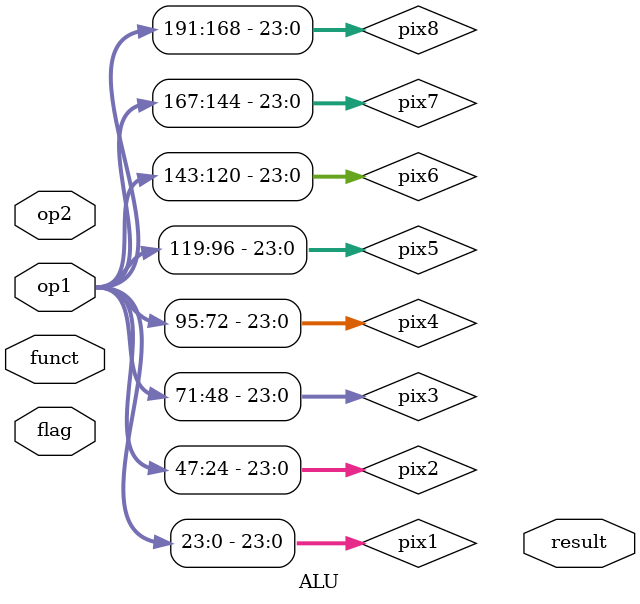
<source format=sv>
module ALU (op1, op2, flag, funct, result);
	
	input logic flag;
	input logic [191: 0] op1;
	input logic [20: 0] op2;
	input logic [2: 0] funct;
	
	logic [23:0] pix1;
	logic [23:0] pix2;
	logic [23:0] pix3;
	logic [23:0] pix4;
	logic [23:0] pix5;
	logic [23:0] pix6;
	logic [23:0] pix7;
	logic [23:0] pix8;
	
	
	assign pix1 = op1[23:0];
	assign pix2 = op1[47:24];
	assign pix3 = op1[71:48];
	assign pix4 = op1[95:72];
	assign pix5 = op1[119:96];
	assign pix6 = op1[143:120];
	assign pix7 = op1[167:144];
	assign pix8 = op1[191:168];
	
	output logic [20: 0] result;
	
	always @(*) begin
		case(flag)
			1'b0: ;
			1'b1: begin
				case(funct)
					3'b000: // Move
						op_Result = op2;
					3'b010: // Addition
						op_Result = op1 + op2;
					3'b011: // Substraction			
						op_Result = op1 - op2;			
					default: ;
				endcase
			end
		endcase
	end 
endmodule 
</source>
